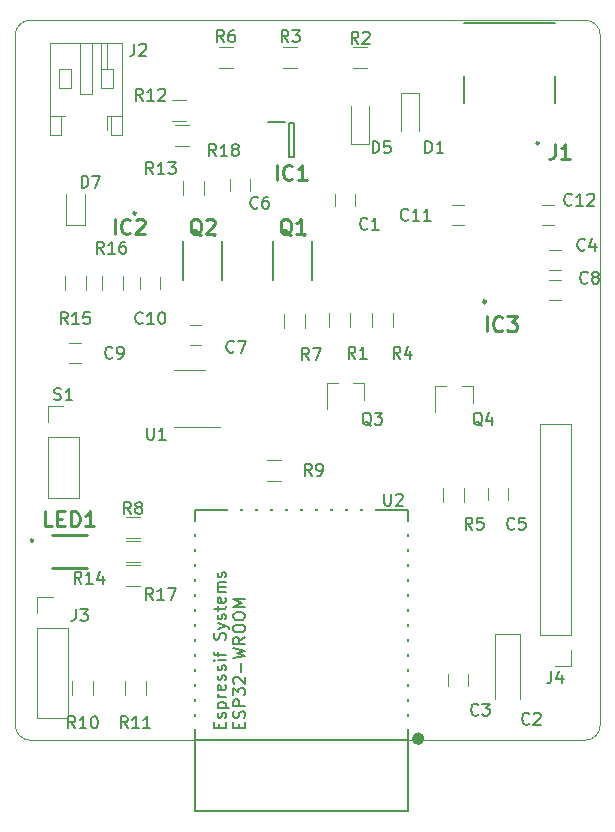
<source format=gto>
G04 #@! TF.FileFunction,Legend,Top*
%FSLAX46Y46*%
G04 Gerber Fmt 4.6, Leading zero omitted, Abs format (unit mm)*
G04 Created by KiCad (PCBNEW 4.0.6) date 08/10/17 19:56:54*
%MOMM*%
%LPD*%
G01*
G04 APERTURE LIST*
%ADD10C,0.100000*%
%ADD11C,0.200000*%
%ADD12C,0.254000*%
%ADD13C,0.500000*%
%ADD14C,0.150000*%
%ADD15C,0.120000*%
%ADD16R,0.532000X0.732000*%
%ADD17R,0.602000X0.512000*%
%ADD18R,2.552000X2.002000*%
%ADD19O,2.602000X1.002000*%
%ADD20O,1.002000X2.602000*%
%ADD21R,6.102000X6.102000*%
%ADD22R,1.802000X1.802000*%
%ADD23O,1.802000X1.802000*%
%ADD24R,1.002000X0.902000*%
%ADD25R,1.302000X1.802000*%
%ADD26O,1.302000X1.802000*%
%ADD27R,2.602000X0.802000*%
%ADD28R,2.602000X1.102000*%
%ADD29R,0.902000X2.102000*%
%ADD30R,1.402000X1.602000*%
%ADD31R,0.602000X2.352000*%
%ADD32R,2.102000X2.602000*%
%ADD33C,1.552000*%
%ADD34R,1.352000X1.602000*%
%ADD35R,1.602000X3.302000*%
%ADD36R,1.602000X1.352000*%
%ADD37R,1.502000X0.702000*%
%ADD38R,0.952000X0.382000*%
%ADD39R,0.852000X0.382000*%
%ADD40R,1.102000X0.402000*%
%ADD41R,0.402000X1.102000*%
%ADD42R,3.452000X3.452000*%
%ADD43R,1.702000X0.602000*%
%ADD44R,0.902000X1.002000*%
%ADD45R,1.602000X1.402000*%
G04 APERTURE END LIST*
D10*
X118110000Y-59690000D02*
G75*
G03X116840000Y-60960000I0J-1270000D01*
G01*
X116840000Y-119380000D02*
G75*
G03X118110000Y-120650000I1270000J0D01*
G01*
X165100000Y-120650000D02*
G75*
G03X166370000Y-119380000I0J1270000D01*
G01*
X166370000Y-60960000D02*
G75*
G03X165100000Y-59690000I-1270000J0D01*
G01*
X165100000Y-120650000D02*
X118110000Y-120650000D01*
X166370000Y-60960000D02*
X166370000Y-119380000D01*
X118110000Y-59690000D02*
X165100000Y-59690000D01*
X116840000Y-60960000D02*
X116840000Y-119380000D01*
D11*
X141985000Y-81651000D02*
X141985000Y-78351000D01*
X138685000Y-78351000D02*
X138685000Y-81651000D01*
D12*
X141356380Y-77956000D02*
G75*
G03X141356380Y-77956000I-31380J0D01*
G01*
D11*
X134365000Y-81660000D02*
X134365000Y-78360000D01*
X131065000Y-78360000D02*
X131065000Y-81660000D01*
D12*
X133736380Y-77965000D02*
G75*
G03X133736380Y-77965000I-31380J0D01*
G01*
D13*
X151240981Y-120523000D02*
G75*
G03X151240981Y-120523000I-283981J0D01*
G01*
D14*
X132051000Y-120669000D02*
X150051000Y-120669000D01*
X150051000Y-126669000D02*
X150051000Y-101169000D01*
X132051000Y-126669000D02*
X132051000Y-101169000D01*
X132051000Y-101169000D02*
X150051000Y-101169000D01*
X132051000Y-126669000D02*
X150051000Y-126669000D01*
D15*
X163890000Y-93920000D02*
X161230000Y-93920000D01*
X163890000Y-111760000D02*
X163890000Y-93920000D01*
X161230000Y-111760000D02*
X161230000Y-93920000D01*
X163890000Y-111760000D02*
X161230000Y-111760000D01*
X163890000Y-113030000D02*
X163890000Y-114360000D01*
X163890000Y-114360000D02*
X162560000Y-114360000D01*
X121120000Y-77038000D02*
X122720000Y-77038000D01*
X122720000Y-77038000D02*
X122720000Y-74438000D01*
X121120000Y-77038000D02*
X121120000Y-74438000D01*
X123325000Y-61595000D02*
X123325000Y-65945000D01*
X123325000Y-65945000D02*
X122325000Y-65945000D01*
X122325000Y-65945000D02*
X122325000Y-61595000D01*
X124625000Y-67795000D02*
X124975000Y-67795000D01*
X124975000Y-67795000D02*
X124975000Y-69395000D01*
X124975000Y-69395000D02*
X125875000Y-69395000D01*
X125875000Y-69395000D02*
X125875000Y-61595000D01*
X125875000Y-61595000D02*
X119775000Y-61595000D01*
X119775000Y-61595000D02*
X119775000Y-69395000D01*
X119775000Y-69395000D02*
X120675000Y-69395000D01*
X120675000Y-69395000D02*
X120675000Y-67795000D01*
X120675000Y-67795000D02*
X121025000Y-67795000D01*
X125875000Y-67795000D02*
X124975000Y-67795000D01*
X119775000Y-67795000D02*
X120675000Y-67795000D01*
X125125000Y-65445000D02*
X125125000Y-63845000D01*
X125125000Y-63845000D02*
X124125000Y-63845000D01*
X124125000Y-63845000D02*
X124125000Y-65445000D01*
X124125000Y-65445000D02*
X125125000Y-65445000D01*
X120525000Y-65445000D02*
X120525000Y-63845000D01*
X120525000Y-63845000D02*
X121525000Y-63845000D01*
X121525000Y-63845000D02*
X121525000Y-65445000D01*
X121525000Y-65445000D02*
X120525000Y-65445000D01*
X124125000Y-63845000D02*
X124125000Y-61595000D01*
X124625000Y-63845000D02*
X124625000Y-61595000D01*
X124625000Y-67795000D02*
X124625000Y-68995000D01*
X130272000Y-89294000D02*
X132872000Y-89294000D01*
X134172000Y-94094000D02*
X130272000Y-94094000D01*
X143392000Y-85690000D02*
X143392000Y-84490000D01*
X145152000Y-84490000D02*
X145152000Y-85690000D01*
D11*
X162559000Y-59936000D02*
X154859000Y-59936000D01*
X154859000Y-66720000D02*
X154859000Y-64452000D01*
X162559000Y-66720000D02*
X162559000Y-64452000D01*
D12*
X161147680Y-70099000D02*
G75*
G03X161147680Y-70099000I-91680J0D01*
G01*
D15*
X145630000Y-75430000D02*
X145630000Y-74430000D01*
X143930000Y-74430000D02*
X143930000Y-75430000D01*
X159546000Y-111670000D02*
X159546000Y-117170000D01*
X157446000Y-111670000D02*
X157446000Y-117170000D01*
X159546000Y-111670000D02*
X157446000Y-111670000D01*
X155155000Y-116050000D02*
X155155000Y-115050000D01*
X153455000Y-115050000D02*
X153455000Y-116050000D01*
X163060000Y-79160000D02*
X162060000Y-79160000D01*
X162060000Y-80860000D02*
X163060000Y-80860000D01*
X156884000Y-99302000D02*
X156884000Y-100302000D01*
X158584000Y-100302000D02*
X158584000Y-99302000D01*
X136740000Y-74160000D02*
X136740000Y-73160000D01*
X135040000Y-73160000D02*
X135040000Y-74160000D01*
X132600000Y-85510000D02*
X131600000Y-85510000D01*
X131600000Y-87210000D02*
X132600000Y-87210000D01*
X163040000Y-81700000D02*
X162040000Y-81700000D01*
X162040000Y-83400000D02*
X163040000Y-83400000D01*
X122400000Y-87034000D02*
X121400000Y-87034000D01*
X121400000Y-88734000D02*
X122400000Y-88734000D01*
X127420000Y-81415000D02*
X127420000Y-82415000D01*
X129120000Y-82415000D02*
X129120000Y-81415000D01*
X153805000Y-77050000D02*
X154805000Y-77050000D01*
X154805000Y-75350000D02*
X153805000Y-75350000D01*
X162425000Y-75350000D02*
X161425000Y-75350000D01*
X161425000Y-77050000D02*
X162425000Y-77050000D01*
X149526560Y-69056760D02*
X149526560Y-65856760D01*
X151026560Y-65856760D02*
X151026560Y-69056760D01*
X151026560Y-65856760D02*
X149526560Y-65856760D01*
X146800000Y-66945000D02*
X146800000Y-70145000D01*
X145300000Y-70145000D02*
X145300000Y-66945000D01*
X145300000Y-70145000D02*
X146800000Y-70145000D01*
D11*
X140008000Y-68400000D02*
X140408000Y-68400000D01*
X140408000Y-68400000D02*
X140408000Y-71300000D01*
X140408000Y-71300000D02*
X140008000Y-71300000D01*
X140008000Y-71300000D02*
X140008000Y-68400000D01*
X138258000Y-68350000D02*
X139658000Y-68350000D01*
D12*
X127050000Y-76030000D02*
G75*
G03X127050000Y-76030000I-100000J0D01*
G01*
X156695000Y-83530000D02*
G75*
G03X156695000Y-83530000I-125000J0D01*
G01*
X119912000Y-106048000D02*
X122912000Y-106048000D01*
X119912000Y-103248000D02*
X122912000Y-103248000D01*
X118345000Y-103720000D02*
G75*
G03X118345000Y-103720000I-85000J0D01*
G01*
D15*
X146360000Y-90410000D02*
X145430000Y-90410000D01*
X143200000Y-90410000D02*
X144130000Y-90410000D01*
X143200000Y-90410000D02*
X143200000Y-92570000D01*
X146360000Y-90410000D02*
X146360000Y-91870000D01*
X155565000Y-90680000D02*
X154635000Y-90680000D01*
X152405000Y-90680000D02*
X153335000Y-90680000D01*
X152405000Y-90680000D02*
X152405000Y-92840000D01*
X155565000Y-90680000D02*
X155565000Y-92140000D01*
X145450000Y-61985000D02*
X146650000Y-61985000D01*
X146650000Y-63745000D02*
X145450000Y-63745000D01*
X139528000Y-61985000D02*
X140728000Y-61985000D01*
X140728000Y-63745000D02*
X139528000Y-63745000D01*
X147075000Y-85690000D02*
X147075000Y-84490000D01*
X148835000Y-84490000D02*
X148835000Y-85690000D01*
X153044000Y-100502000D02*
X153044000Y-99302000D01*
X154804000Y-99302000D02*
X154804000Y-100502000D01*
X134067000Y-61985000D02*
X135267000Y-61985000D01*
X135267000Y-63745000D02*
X134067000Y-63745000D01*
X139582000Y-85770000D02*
X139582000Y-84570000D01*
X141342000Y-84570000D02*
X141342000Y-85770000D01*
X126193000Y-101736000D02*
X127393000Y-101736000D01*
X127393000Y-103496000D02*
X126193000Y-103496000D01*
X139364000Y-98670000D02*
X138164000Y-98670000D01*
X138164000Y-96910000D02*
X139364000Y-96910000D01*
X121675000Y-116805000D02*
X121675000Y-115605000D01*
X123435000Y-115605000D02*
X123435000Y-116805000D01*
X127880000Y-115605000D02*
X127880000Y-116805000D01*
X126120000Y-116805000D02*
X126120000Y-115605000D01*
X130130000Y-66430000D02*
X131330000Y-66430000D01*
X131330000Y-68190000D02*
X130130000Y-68190000D01*
X131073000Y-74467000D02*
X131073000Y-73267000D01*
X132833000Y-73267000D02*
X132833000Y-74467000D01*
X127393000Y-105528000D02*
X126193000Y-105528000D01*
X126193000Y-103768000D02*
X127393000Y-103768000D01*
X122800000Y-81315000D02*
X122800000Y-82515000D01*
X121040000Y-82515000D02*
X121040000Y-81315000D01*
X125975000Y-81315000D02*
X125975000Y-82515000D01*
X124215000Y-82515000D02*
X124215000Y-81315000D01*
X127393000Y-107560000D02*
X126193000Y-107560000D01*
X126193000Y-105800000D02*
X127393000Y-105800000D01*
X130384000Y-68589000D02*
X131584000Y-68589000D01*
X131584000Y-70349000D02*
X130384000Y-70349000D01*
X118685000Y-118805000D02*
X121345000Y-118805000D01*
X118685000Y-111125000D02*
X118685000Y-118805000D01*
X121345000Y-111125000D02*
X121345000Y-118805000D01*
X118685000Y-111125000D02*
X121345000Y-111125000D01*
X118685000Y-109855000D02*
X118685000Y-108525000D01*
X118685000Y-108525000D02*
X120015000Y-108525000D01*
X119574000Y-100136000D02*
X122234000Y-100136000D01*
X119574000Y-94996000D02*
X119574000Y-100136000D01*
X122234000Y-94996000D02*
X122234000Y-100136000D01*
X119574000Y-94996000D02*
X122234000Y-94996000D01*
X119574000Y-93726000D02*
X119574000Y-92396000D01*
X119574000Y-92396000D02*
X120904000Y-92396000D01*
D12*
X140214048Y-77911476D02*
X140093095Y-77851000D01*
X139972143Y-77730048D01*
X139790714Y-77548619D01*
X139669762Y-77488143D01*
X139548810Y-77488143D01*
X139609286Y-77790524D02*
X139488333Y-77730048D01*
X139367381Y-77609095D01*
X139306905Y-77367190D01*
X139306905Y-76943857D01*
X139367381Y-76701952D01*
X139488333Y-76581000D01*
X139609286Y-76520524D01*
X139851190Y-76520524D01*
X139972143Y-76581000D01*
X140093095Y-76701952D01*
X140153571Y-76943857D01*
X140153571Y-77367190D01*
X140093095Y-77609095D01*
X139972143Y-77730048D01*
X139851190Y-77790524D01*
X139609286Y-77790524D01*
X141363095Y-77790524D02*
X140637381Y-77790524D01*
X141000238Y-77790524D02*
X141000238Y-76520524D01*
X140879286Y-76701952D01*
X140758333Y-76822905D01*
X140637381Y-76883381D01*
X132594048Y-77911476D02*
X132473095Y-77851000D01*
X132352143Y-77730048D01*
X132170714Y-77548619D01*
X132049762Y-77488143D01*
X131928810Y-77488143D01*
X131989286Y-77790524D02*
X131868333Y-77730048D01*
X131747381Y-77609095D01*
X131686905Y-77367190D01*
X131686905Y-76943857D01*
X131747381Y-76701952D01*
X131868333Y-76581000D01*
X131989286Y-76520524D01*
X132231190Y-76520524D01*
X132352143Y-76581000D01*
X132473095Y-76701952D01*
X132533571Y-76943857D01*
X132533571Y-77367190D01*
X132473095Y-77609095D01*
X132352143Y-77730048D01*
X132231190Y-77790524D01*
X131989286Y-77790524D01*
X133017381Y-76641476D02*
X133077857Y-76581000D01*
X133198809Y-76520524D01*
X133501190Y-76520524D01*
X133622143Y-76581000D01*
X133682619Y-76641476D01*
X133743095Y-76762429D01*
X133743095Y-76883381D01*
X133682619Y-77064810D01*
X132956905Y-77790524D01*
X133743095Y-77790524D01*
D14*
X148082095Y-99782381D02*
X148082095Y-100591905D01*
X148129714Y-100687143D01*
X148177333Y-100734762D01*
X148272571Y-100782381D01*
X148463048Y-100782381D01*
X148558286Y-100734762D01*
X148605905Y-100687143D01*
X148653524Y-100591905D01*
X148653524Y-99782381D01*
X149082095Y-99877619D02*
X149129714Y-99830000D01*
X149224952Y-99782381D01*
X149463048Y-99782381D01*
X149558286Y-99830000D01*
X149605905Y-99877619D01*
X149653524Y-99972857D01*
X149653524Y-100068095D01*
X149605905Y-100210952D01*
X149034476Y-100782381D01*
X149653524Y-100782381D01*
X134121571Y-119601430D02*
X134121571Y-119268096D01*
X134645381Y-119125239D02*
X134645381Y-119601430D01*
X133645381Y-119601430D01*
X133645381Y-119125239D01*
X134597762Y-118744287D02*
X134645381Y-118649049D01*
X134645381Y-118458573D01*
X134597762Y-118363334D01*
X134502524Y-118315715D01*
X134454905Y-118315715D01*
X134359667Y-118363334D01*
X134312048Y-118458573D01*
X134312048Y-118601430D01*
X134264429Y-118696668D01*
X134169190Y-118744287D01*
X134121571Y-118744287D01*
X134026333Y-118696668D01*
X133978714Y-118601430D01*
X133978714Y-118458573D01*
X134026333Y-118363334D01*
X133978714Y-117887144D02*
X134978714Y-117887144D01*
X134026333Y-117887144D02*
X133978714Y-117791906D01*
X133978714Y-117601429D01*
X134026333Y-117506191D01*
X134073952Y-117458572D01*
X134169190Y-117410953D01*
X134454905Y-117410953D01*
X134550143Y-117458572D01*
X134597762Y-117506191D01*
X134645381Y-117601429D01*
X134645381Y-117791906D01*
X134597762Y-117887144D01*
X134645381Y-116982382D02*
X133978714Y-116982382D01*
X134169190Y-116982382D02*
X134073952Y-116934763D01*
X134026333Y-116887144D01*
X133978714Y-116791906D01*
X133978714Y-116696667D01*
X134597762Y-115982381D02*
X134645381Y-116077619D01*
X134645381Y-116268096D01*
X134597762Y-116363334D01*
X134502524Y-116410953D01*
X134121571Y-116410953D01*
X134026333Y-116363334D01*
X133978714Y-116268096D01*
X133978714Y-116077619D01*
X134026333Y-115982381D01*
X134121571Y-115934762D01*
X134216810Y-115934762D01*
X134312048Y-116410953D01*
X134597762Y-115553810D02*
X134645381Y-115458572D01*
X134645381Y-115268096D01*
X134597762Y-115172857D01*
X134502524Y-115125238D01*
X134454905Y-115125238D01*
X134359667Y-115172857D01*
X134312048Y-115268096D01*
X134312048Y-115410953D01*
X134264429Y-115506191D01*
X134169190Y-115553810D01*
X134121571Y-115553810D01*
X134026333Y-115506191D01*
X133978714Y-115410953D01*
X133978714Y-115268096D01*
X134026333Y-115172857D01*
X134597762Y-114744286D02*
X134645381Y-114649048D01*
X134645381Y-114458572D01*
X134597762Y-114363333D01*
X134502524Y-114315714D01*
X134454905Y-114315714D01*
X134359667Y-114363333D01*
X134312048Y-114458572D01*
X134312048Y-114601429D01*
X134264429Y-114696667D01*
X134169190Y-114744286D01*
X134121571Y-114744286D01*
X134026333Y-114696667D01*
X133978714Y-114601429D01*
X133978714Y-114458572D01*
X134026333Y-114363333D01*
X134645381Y-113887143D02*
X133978714Y-113887143D01*
X133645381Y-113887143D02*
X133693000Y-113934762D01*
X133740619Y-113887143D01*
X133693000Y-113839524D01*
X133645381Y-113887143D01*
X133740619Y-113887143D01*
X133978714Y-113553810D02*
X133978714Y-113172858D01*
X134645381Y-113410953D02*
X133788238Y-113410953D01*
X133693000Y-113363334D01*
X133645381Y-113268096D01*
X133645381Y-113172858D01*
X134597762Y-112125238D02*
X134645381Y-111982381D01*
X134645381Y-111744285D01*
X134597762Y-111649047D01*
X134550143Y-111601428D01*
X134454905Y-111553809D01*
X134359667Y-111553809D01*
X134264429Y-111601428D01*
X134216810Y-111649047D01*
X134169190Y-111744285D01*
X134121571Y-111934762D01*
X134073952Y-112030000D01*
X134026333Y-112077619D01*
X133931095Y-112125238D01*
X133835857Y-112125238D01*
X133740619Y-112077619D01*
X133693000Y-112030000D01*
X133645381Y-111934762D01*
X133645381Y-111696666D01*
X133693000Y-111553809D01*
X133978714Y-111220476D02*
X134645381Y-110982381D01*
X133978714Y-110744285D02*
X134645381Y-110982381D01*
X134883476Y-111077619D01*
X134931095Y-111125238D01*
X134978714Y-111220476D01*
X134597762Y-110410952D02*
X134645381Y-110315714D01*
X134645381Y-110125238D01*
X134597762Y-110029999D01*
X134502524Y-109982380D01*
X134454905Y-109982380D01*
X134359667Y-110029999D01*
X134312048Y-110125238D01*
X134312048Y-110268095D01*
X134264429Y-110363333D01*
X134169190Y-110410952D01*
X134121571Y-110410952D01*
X134026333Y-110363333D01*
X133978714Y-110268095D01*
X133978714Y-110125238D01*
X134026333Y-110029999D01*
X133978714Y-109696666D02*
X133978714Y-109315714D01*
X133645381Y-109553809D02*
X134502524Y-109553809D01*
X134597762Y-109506190D01*
X134645381Y-109410952D01*
X134645381Y-109315714D01*
X134597762Y-108601427D02*
X134645381Y-108696665D01*
X134645381Y-108887142D01*
X134597762Y-108982380D01*
X134502524Y-109029999D01*
X134121571Y-109029999D01*
X134026333Y-108982380D01*
X133978714Y-108887142D01*
X133978714Y-108696665D01*
X134026333Y-108601427D01*
X134121571Y-108553808D01*
X134216810Y-108553808D01*
X134312048Y-109029999D01*
X134645381Y-108125237D02*
X133978714Y-108125237D01*
X134073952Y-108125237D02*
X134026333Y-108077618D01*
X133978714Y-107982380D01*
X133978714Y-107839522D01*
X134026333Y-107744284D01*
X134121571Y-107696665D01*
X134645381Y-107696665D01*
X134121571Y-107696665D02*
X134026333Y-107649046D01*
X133978714Y-107553808D01*
X133978714Y-107410951D01*
X134026333Y-107315713D01*
X134121571Y-107268094D01*
X134645381Y-107268094D01*
X134597762Y-106839523D02*
X134645381Y-106744285D01*
X134645381Y-106553809D01*
X134597762Y-106458570D01*
X134502524Y-106410951D01*
X134454905Y-106410951D01*
X134359667Y-106458570D01*
X134312048Y-106553809D01*
X134312048Y-106696666D01*
X134264429Y-106791904D01*
X134169190Y-106839523D01*
X134121571Y-106839523D01*
X134026333Y-106791904D01*
X133978714Y-106696666D01*
X133978714Y-106553809D01*
X134026333Y-106458570D01*
X135772571Y-119625381D02*
X135772571Y-119292047D01*
X136296381Y-119149190D02*
X136296381Y-119625381D01*
X135296381Y-119625381D01*
X135296381Y-119149190D01*
X136248762Y-118768238D02*
X136296381Y-118625381D01*
X136296381Y-118387285D01*
X136248762Y-118292047D01*
X136201143Y-118244428D01*
X136105905Y-118196809D01*
X136010667Y-118196809D01*
X135915429Y-118244428D01*
X135867810Y-118292047D01*
X135820190Y-118387285D01*
X135772571Y-118577762D01*
X135724952Y-118673000D01*
X135677333Y-118720619D01*
X135582095Y-118768238D01*
X135486857Y-118768238D01*
X135391619Y-118720619D01*
X135344000Y-118673000D01*
X135296381Y-118577762D01*
X135296381Y-118339666D01*
X135344000Y-118196809D01*
X136296381Y-117768238D02*
X135296381Y-117768238D01*
X135296381Y-117387285D01*
X135344000Y-117292047D01*
X135391619Y-117244428D01*
X135486857Y-117196809D01*
X135629714Y-117196809D01*
X135724952Y-117244428D01*
X135772571Y-117292047D01*
X135820190Y-117387285D01*
X135820190Y-117768238D01*
X135296381Y-116863476D02*
X135296381Y-116244428D01*
X135677333Y-116577762D01*
X135677333Y-116434904D01*
X135724952Y-116339666D01*
X135772571Y-116292047D01*
X135867810Y-116244428D01*
X136105905Y-116244428D01*
X136201143Y-116292047D01*
X136248762Y-116339666D01*
X136296381Y-116434904D01*
X136296381Y-116720619D01*
X136248762Y-116815857D01*
X136201143Y-116863476D01*
X135391619Y-115863476D02*
X135344000Y-115815857D01*
X135296381Y-115720619D01*
X135296381Y-115482523D01*
X135344000Y-115387285D01*
X135391619Y-115339666D01*
X135486857Y-115292047D01*
X135582095Y-115292047D01*
X135724952Y-115339666D01*
X136296381Y-115911095D01*
X136296381Y-115292047D01*
X135915429Y-114863476D02*
X135915429Y-114101571D01*
X135296381Y-113720619D02*
X136296381Y-113482524D01*
X135582095Y-113292047D01*
X136296381Y-113101571D01*
X135296381Y-112863476D01*
X136296381Y-111911095D02*
X135820190Y-112244429D01*
X136296381Y-112482524D02*
X135296381Y-112482524D01*
X135296381Y-112101571D01*
X135344000Y-112006333D01*
X135391619Y-111958714D01*
X135486857Y-111911095D01*
X135629714Y-111911095D01*
X135724952Y-111958714D01*
X135772571Y-112006333D01*
X135820190Y-112101571D01*
X135820190Y-112482524D01*
X135296381Y-111292048D02*
X135296381Y-111101571D01*
X135344000Y-111006333D01*
X135439238Y-110911095D01*
X135629714Y-110863476D01*
X135963048Y-110863476D01*
X136153524Y-110911095D01*
X136248762Y-111006333D01*
X136296381Y-111101571D01*
X136296381Y-111292048D01*
X136248762Y-111387286D01*
X136153524Y-111482524D01*
X135963048Y-111530143D01*
X135629714Y-111530143D01*
X135439238Y-111482524D01*
X135344000Y-111387286D01*
X135296381Y-111292048D01*
X135296381Y-110244429D02*
X135296381Y-110053952D01*
X135344000Y-109958714D01*
X135439238Y-109863476D01*
X135629714Y-109815857D01*
X135963048Y-109815857D01*
X136153524Y-109863476D01*
X136248762Y-109958714D01*
X136296381Y-110053952D01*
X136296381Y-110244429D01*
X136248762Y-110339667D01*
X136153524Y-110434905D01*
X135963048Y-110482524D01*
X135629714Y-110482524D01*
X135439238Y-110434905D01*
X135344000Y-110339667D01*
X135296381Y-110244429D01*
X136296381Y-109387286D02*
X135296381Y-109387286D01*
X136010667Y-109053952D01*
X135296381Y-108720619D01*
X136296381Y-108720619D01*
X162226667Y-114812381D02*
X162226667Y-115526667D01*
X162179047Y-115669524D01*
X162083809Y-115764762D01*
X161940952Y-115812381D01*
X161845714Y-115812381D01*
X163131429Y-115145714D02*
X163131429Y-115812381D01*
X162893333Y-114764762D02*
X162655238Y-115479048D01*
X163274286Y-115479048D01*
X122451905Y-73858381D02*
X122451905Y-72858381D01*
X122690000Y-72858381D01*
X122832858Y-72906000D01*
X122928096Y-73001238D01*
X122975715Y-73096476D01*
X123023334Y-73286952D01*
X123023334Y-73429810D01*
X122975715Y-73620286D01*
X122928096Y-73715524D01*
X122832858Y-73810762D01*
X122690000Y-73858381D01*
X122451905Y-73858381D01*
X123356667Y-72858381D02*
X124023334Y-72858381D01*
X123594762Y-73858381D01*
X126920667Y-61682381D02*
X126920667Y-62396667D01*
X126873047Y-62539524D01*
X126777809Y-62634762D01*
X126634952Y-62682381D01*
X126539714Y-62682381D01*
X127349238Y-61777619D02*
X127396857Y-61730000D01*
X127492095Y-61682381D01*
X127730191Y-61682381D01*
X127825429Y-61730000D01*
X127873048Y-61777619D01*
X127920667Y-61872857D01*
X127920667Y-61968095D01*
X127873048Y-62110952D01*
X127301619Y-62682381D01*
X127920667Y-62682381D01*
X128016095Y-94194381D02*
X128016095Y-95003905D01*
X128063714Y-95099143D01*
X128111333Y-95146762D01*
X128206571Y-95194381D01*
X128397048Y-95194381D01*
X128492286Y-95146762D01*
X128539905Y-95099143D01*
X128587524Y-95003905D01*
X128587524Y-94194381D01*
X129587524Y-95194381D02*
X129016095Y-95194381D01*
X129301809Y-95194381D02*
X129301809Y-94194381D01*
X129206571Y-94337238D01*
X129111333Y-94432476D01*
X129016095Y-94480095D01*
X145629334Y-88336381D02*
X145296000Y-87860190D01*
X145057905Y-88336381D02*
X145057905Y-87336381D01*
X145438858Y-87336381D01*
X145534096Y-87384000D01*
X145581715Y-87431619D01*
X145629334Y-87526857D01*
X145629334Y-87669714D01*
X145581715Y-87764952D01*
X145534096Y-87812571D01*
X145438858Y-87860190D01*
X145057905Y-87860190D01*
X146581715Y-88336381D02*
X146010286Y-88336381D01*
X146296000Y-88336381D02*
X146296000Y-87336381D01*
X146200762Y-87479238D01*
X146105524Y-87574476D01*
X146010286Y-87622095D01*
D12*
X162517667Y-70170524D02*
X162517667Y-71077667D01*
X162457191Y-71259095D01*
X162336239Y-71380048D01*
X162154810Y-71440524D01*
X162033858Y-71440524D01*
X163787667Y-71440524D02*
X163061953Y-71440524D01*
X163424810Y-71440524D02*
X163424810Y-70170524D01*
X163303858Y-70351952D01*
X163182905Y-70472905D01*
X163061953Y-70533381D01*
D14*
X146645334Y-77319143D02*
X146597715Y-77366762D01*
X146454858Y-77414381D01*
X146359620Y-77414381D01*
X146216762Y-77366762D01*
X146121524Y-77271524D01*
X146073905Y-77176286D01*
X146026286Y-76985810D01*
X146026286Y-76842952D01*
X146073905Y-76652476D01*
X146121524Y-76557238D01*
X146216762Y-76462000D01*
X146359620Y-76414381D01*
X146454858Y-76414381D01*
X146597715Y-76462000D01*
X146645334Y-76509619D01*
X147597715Y-77414381D02*
X147026286Y-77414381D01*
X147312000Y-77414381D02*
X147312000Y-76414381D01*
X147216762Y-76557238D01*
X147121524Y-76652476D01*
X147026286Y-76700095D01*
X160361334Y-119229143D02*
X160313715Y-119276762D01*
X160170858Y-119324381D01*
X160075620Y-119324381D01*
X159932762Y-119276762D01*
X159837524Y-119181524D01*
X159789905Y-119086286D01*
X159742286Y-118895810D01*
X159742286Y-118752952D01*
X159789905Y-118562476D01*
X159837524Y-118467238D01*
X159932762Y-118372000D01*
X160075620Y-118324381D01*
X160170858Y-118324381D01*
X160313715Y-118372000D01*
X160361334Y-118419619D01*
X160742286Y-118419619D02*
X160789905Y-118372000D01*
X160885143Y-118324381D01*
X161123239Y-118324381D01*
X161218477Y-118372000D01*
X161266096Y-118419619D01*
X161313715Y-118514857D01*
X161313715Y-118610095D01*
X161266096Y-118752952D01*
X160694667Y-119324381D01*
X161313715Y-119324381D01*
X156043334Y-118467143D02*
X155995715Y-118514762D01*
X155852858Y-118562381D01*
X155757620Y-118562381D01*
X155614762Y-118514762D01*
X155519524Y-118419524D01*
X155471905Y-118324286D01*
X155424286Y-118133810D01*
X155424286Y-117990952D01*
X155471905Y-117800476D01*
X155519524Y-117705238D01*
X155614762Y-117610000D01*
X155757620Y-117562381D01*
X155852858Y-117562381D01*
X155995715Y-117610000D01*
X156043334Y-117657619D01*
X156376667Y-117562381D02*
X156995715Y-117562381D01*
X156662381Y-117943333D01*
X156805239Y-117943333D01*
X156900477Y-117990952D01*
X156948096Y-118038571D01*
X156995715Y-118133810D01*
X156995715Y-118371905D01*
X156948096Y-118467143D01*
X156900477Y-118514762D01*
X156805239Y-118562381D01*
X156519524Y-118562381D01*
X156424286Y-118514762D01*
X156376667Y-118467143D01*
X165060334Y-79097143D02*
X165012715Y-79144762D01*
X164869858Y-79192381D01*
X164774620Y-79192381D01*
X164631762Y-79144762D01*
X164536524Y-79049524D01*
X164488905Y-78954286D01*
X164441286Y-78763810D01*
X164441286Y-78620952D01*
X164488905Y-78430476D01*
X164536524Y-78335238D01*
X164631762Y-78240000D01*
X164774620Y-78192381D01*
X164869858Y-78192381D01*
X165012715Y-78240000D01*
X165060334Y-78287619D01*
X165917477Y-78525714D02*
X165917477Y-79192381D01*
X165679381Y-78144762D02*
X165441286Y-78859048D01*
X166060334Y-78859048D01*
X159091334Y-102719143D02*
X159043715Y-102766762D01*
X158900858Y-102814381D01*
X158805620Y-102814381D01*
X158662762Y-102766762D01*
X158567524Y-102671524D01*
X158519905Y-102576286D01*
X158472286Y-102385810D01*
X158472286Y-102242952D01*
X158519905Y-102052476D01*
X158567524Y-101957238D01*
X158662762Y-101862000D01*
X158805620Y-101814381D01*
X158900858Y-101814381D01*
X159043715Y-101862000D01*
X159091334Y-101909619D01*
X159996096Y-101814381D02*
X159519905Y-101814381D01*
X159472286Y-102290571D01*
X159519905Y-102242952D01*
X159615143Y-102195333D01*
X159853239Y-102195333D01*
X159948477Y-102242952D01*
X159996096Y-102290571D01*
X160043715Y-102385810D01*
X160043715Y-102623905D01*
X159996096Y-102719143D01*
X159948477Y-102766762D01*
X159853239Y-102814381D01*
X159615143Y-102814381D01*
X159519905Y-102766762D01*
X159472286Y-102719143D01*
X137374334Y-75541143D02*
X137326715Y-75588762D01*
X137183858Y-75636381D01*
X137088620Y-75636381D01*
X136945762Y-75588762D01*
X136850524Y-75493524D01*
X136802905Y-75398286D01*
X136755286Y-75207810D01*
X136755286Y-75064952D01*
X136802905Y-74874476D01*
X136850524Y-74779238D01*
X136945762Y-74684000D01*
X137088620Y-74636381D01*
X137183858Y-74636381D01*
X137326715Y-74684000D01*
X137374334Y-74731619D01*
X138231477Y-74636381D02*
X138041000Y-74636381D01*
X137945762Y-74684000D01*
X137898143Y-74731619D01*
X137802905Y-74874476D01*
X137755286Y-75064952D01*
X137755286Y-75445905D01*
X137802905Y-75541143D01*
X137850524Y-75588762D01*
X137945762Y-75636381D01*
X138136239Y-75636381D01*
X138231477Y-75588762D01*
X138279096Y-75541143D01*
X138326715Y-75445905D01*
X138326715Y-75207810D01*
X138279096Y-75112571D01*
X138231477Y-75064952D01*
X138136239Y-75017333D01*
X137945762Y-75017333D01*
X137850524Y-75064952D01*
X137802905Y-75112571D01*
X137755286Y-75207810D01*
X135342334Y-87733143D02*
X135294715Y-87780762D01*
X135151858Y-87828381D01*
X135056620Y-87828381D01*
X134913762Y-87780762D01*
X134818524Y-87685524D01*
X134770905Y-87590286D01*
X134723286Y-87399810D01*
X134723286Y-87256952D01*
X134770905Y-87066476D01*
X134818524Y-86971238D01*
X134913762Y-86876000D01*
X135056620Y-86828381D01*
X135151858Y-86828381D01*
X135294715Y-86876000D01*
X135342334Y-86923619D01*
X135675667Y-86828381D02*
X136342334Y-86828381D01*
X135913762Y-87828381D01*
X165294334Y-81891143D02*
X165246715Y-81938762D01*
X165103858Y-81986381D01*
X165008620Y-81986381D01*
X164865762Y-81938762D01*
X164770524Y-81843524D01*
X164722905Y-81748286D01*
X164675286Y-81557810D01*
X164675286Y-81414952D01*
X164722905Y-81224476D01*
X164770524Y-81129238D01*
X164865762Y-81034000D01*
X165008620Y-80986381D01*
X165103858Y-80986381D01*
X165246715Y-81034000D01*
X165294334Y-81081619D01*
X165865762Y-81414952D02*
X165770524Y-81367333D01*
X165722905Y-81319714D01*
X165675286Y-81224476D01*
X165675286Y-81176857D01*
X165722905Y-81081619D01*
X165770524Y-81034000D01*
X165865762Y-80986381D01*
X166056239Y-80986381D01*
X166151477Y-81034000D01*
X166199096Y-81081619D01*
X166246715Y-81176857D01*
X166246715Y-81224476D01*
X166199096Y-81319714D01*
X166151477Y-81367333D01*
X166056239Y-81414952D01*
X165865762Y-81414952D01*
X165770524Y-81462571D01*
X165722905Y-81510190D01*
X165675286Y-81605429D01*
X165675286Y-81795905D01*
X165722905Y-81891143D01*
X165770524Y-81938762D01*
X165865762Y-81986381D01*
X166056239Y-81986381D01*
X166151477Y-81938762D01*
X166199096Y-81891143D01*
X166246715Y-81795905D01*
X166246715Y-81605429D01*
X166199096Y-81510190D01*
X166151477Y-81462571D01*
X166056239Y-81414952D01*
X125055334Y-88241143D02*
X125007715Y-88288762D01*
X124864858Y-88336381D01*
X124769620Y-88336381D01*
X124626762Y-88288762D01*
X124531524Y-88193524D01*
X124483905Y-88098286D01*
X124436286Y-87907810D01*
X124436286Y-87764952D01*
X124483905Y-87574476D01*
X124531524Y-87479238D01*
X124626762Y-87384000D01*
X124769620Y-87336381D01*
X124864858Y-87336381D01*
X125007715Y-87384000D01*
X125055334Y-87431619D01*
X125531524Y-88336381D02*
X125722000Y-88336381D01*
X125817239Y-88288762D01*
X125864858Y-88241143D01*
X125960096Y-88098286D01*
X126007715Y-87907810D01*
X126007715Y-87526857D01*
X125960096Y-87431619D01*
X125912477Y-87384000D01*
X125817239Y-87336381D01*
X125626762Y-87336381D01*
X125531524Y-87384000D01*
X125483905Y-87431619D01*
X125436286Y-87526857D01*
X125436286Y-87764952D01*
X125483905Y-87860190D01*
X125531524Y-87907810D01*
X125626762Y-87955429D01*
X125817239Y-87955429D01*
X125912477Y-87907810D01*
X125960096Y-87860190D01*
X126007715Y-87764952D01*
X127627143Y-85320143D02*
X127579524Y-85367762D01*
X127436667Y-85415381D01*
X127341429Y-85415381D01*
X127198571Y-85367762D01*
X127103333Y-85272524D01*
X127055714Y-85177286D01*
X127008095Y-84986810D01*
X127008095Y-84843952D01*
X127055714Y-84653476D01*
X127103333Y-84558238D01*
X127198571Y-84463000D01*
X127341429Y-84415381D01*
X127436667Y-84415381D01*
X127579524Y-84463000D01*
X127627143Y-84510619D01*
X128579524Y-85415381D02*
X128008095Y-85415381D01*
X128293809Y-85415381D02*
X128293809Y-84415381D01*
X128198571Y-84558238D01*
X128103333Y-84653476D01*
X128008095Y-84701095D01*
X129198571Y-84415381D02*
X129293810Y-84415381D01*
X129389048Y-84463000D01*
X129436667Y-84510619D01*
X129484286Y-84605857D01*
X129531905Y-84796333D01*
X129531905Y-85034429D01*
X129484286Y-85224905D01*
X129436667Y-85320143D01*
X129389048Y-85367762D01*
X129293810Y-85415381D01*
X129198571Y-85415381D01*
X129103333Y-85367762D01*
X129055714Y-85320143D01*
X129008095Y-85224905D01*
X128960476Y-85034429D01*
X128960476Y-84796333D01*
X129008095Y-84605857D01*
X129055714Y-84510619D01*
X129103333Y-84463000D01*
X129198571Y-84415381D01*
X150106143Y-76557143D02*
X150058524Y-76604762D01*
X149915667Y-76652381D01*
X149820429Y-76652381D01*
X149677571Y-76604762D01*
X149582333Y-76509524D01*
X149534714Y-76414286D01*
X149487095Y-76223810D01*
X149487095Y-76080952D01*
X149534714Y-75890476D01*
X149582333Y-75795238D01*
X149677571Y-75700000D01*
X149820429Y-75652381D01*
X149915667Y-75652381D01*
X150058524Y-75700000D01*
X150106143Y-75747619D01*
X151058524Y-76652381D02*
X150487095Y-76652381D01*
X150772809Y-76652381D02*
X150772809Y-75652381D01*
X150677571Y-75795238D01*
X150582333Y-75890476D01*
X150487095Y-75938095D01*
X152010905Y-76652381D02*
X151439476Y-76652381D01*
X151725190Y-76652381D02*
X151725190Y-75652381D01*
X151629952Y-75795238D01*
X151534714Y-75890476D01*
X151439476Y-75938095D01*
X163949143Y-75287143D02*
X163901524Y-75334762D01*
X163758667Y-75382381D01*
X163663429Y-75382381D01*
X163520571Y-75334762D01*
X163425333Y-75239524D01*
X163377714Y-75144286D01*
X163330095Y-74953810D01*
X163330095Y-74810952D01*
X163377714Y-74620476D01*
X163425333Y-74525238D01*
X163520571Y-74430000D01*
X163663429Y-74382381D01*
X163758667Y-74382381D01*
X163901524Y-74430000D01*
X163949143Y-74477619D01*
X164901524Y-75382381D02*
X164330095Y-75382381D01*
X164615809Y-75382381D02*
X164615809Y-74382381D01*
X164520571Y-74525238D01*
X164425333Y-74620476D01*
X164330095Y-74668095D01*
X165282476Y-74477619D02*
X165330095Y-74430000D01*
X165425333Y-74382381D01*
X165663429Y-74382381D01*
X165758667Y-74430000D01*
X165806286Y-74477619D01*
X165853905Y-74572857D01*
X165853905Y-74668095D01*
X165806286Y-74810952D01*
X165234857Y-75382381D01*
X165853905Y-75382381D01*
X151570465Y-70922141D02*
X151570465Y-69922141D01*
X151808560Y-69922141D01*
X151951418Y-69969760D01*
X152046656Y-70064998D01*
X152094275Y-70160236D01*
X152141894Y-70350712D01*
X152141894Y-70493570D01*
X152094275Y-70684046D01*
X152046656Y-70779284D01*
X151951418Y-70874522D01*
X151808560Y-70922141D01*
X151570465Y-70922141D01*
X153094275Y-70922141D02*
X152522846Y-70922141D01*
X152808560Y-70922141D02*
X152808560Y-69922141D01*
X152713322Y-70064998D01*
X152618084Y-70160236D01*
X152522846Y-70207855D01*
X147089905Y-70937381D02*
X147089905Y-69937381D01*
X147328000Y-69937381D01*
X147470858Y-69985000D01*
X147566096Y-70080238D01*
X147613715Y-70175476D01*
X147661334Y-70365952D01*
X147661334Y-70508810D01*
X147613715Y-70699286D01*
X147566096Y-70794524D01*
X147470858Y-70889762D01*
X147328000Y-70937381D01*
X147089905Y-70937381D01*
X148566096Y-69937381D02*
X148089905Y-69937381D01*
X148042286Y-70413571D01*
X148089905Y-70365952D01*
X148185143Y-70318333D01*
X148423239Y-70318333D01*
X148518477Y-70365952D01*
X148566096Y-70413571D01*
X148613715Y-70508810D01*
X148613715Y-70746905D01*
X148566096Y-70842143D01*
X148518477Y-70889762D01*
X148423239Y-70937381D01*
X148185143Y-70937381D01*
X148089905Y-70889762D01*
X148042286Y-70842143D01*
D12*
X138968238Y-73218524D02*
X138968238Y-71948524D01*
X140298714Y-73097571D02*
X140238238Y-73158048D01*
X140056809Y-73218524D01*
X139935857Y-73218524D01*
X139754429Y-73158048D01*
X139633476Y-73037095D01*
X139573000Y-72916143D01*
X139512524Y-72674238D01*
X139512524Y-72492810D01*
X139573000Y-72250905D01*
X139633476Y-72129952D01*
X139754429Y-72009000D01*
X139935857Y-71948524D01*
X140056809Y-71948524D01*
X140238238Y-72009000D01*
X140298714Y-72069476D01*
X141508238Y-73218524D02*
X140782524Y-73218524D01*
X141145381Y-73218524D02*
X141145381Y-71948524D01*
X141024429Y-72129952D01*
X140903476Y-72250905D01*
X140782524Y-72311381D01*
X125252238Y-77790524D02*
X125252238Y-76520524D01*
X126582714Y-77669571D02*
X126522238Y-77730048D01*
X126340809Y-77790524D01*
X126219857Y-77790524D01*
X126038429Y-77730048D01*
X125917476Y-77609095D01*
X125857000Y-77488143D01*
X125796524Y-77246238D01*
X125796524Y-77064810D01*
X125857000Y-76822905D01*
X125917476Y-76701952D01*
X126038429Y-76581000D01*
X126219857Y-76520524D01*
X126340809Y-76520524D01*
X126522238Y-76581000D01*
X126582714Y-76641476D01*
X127066524Y-76641476D02*
X127127000Y-76581000D01*
X127247952Y-76520524D01*
X127550333Y-76520524D01*
X127671286Y-76581000D01*
X127731762Y-76641476D01*
X127792238Y-76762429D01*
X127792238Y-76883381D01*
X127731762Y-77064810D01*
X127006048Y-77790524D01*
X127792238Y-77790524D01*
X156748238Y-86045524D02*
X156748238Y-84775524D01*
X158078714Y-85924571D02*
X158018238Y-85985048D01*
X157836809Y-86045524D01*
X157715857Y-86045524D01*
X157534429Y-85985048D01*
X157413476Y-85864095D01*
X157353000Y-85743143D01*
X157292524Y-85501238D01*
X157292524Y-85319810D01*
X157353000Y-85077905D01*
X157413476Y-84956952D01*
X157534429Y-84836000D01*
X157715857Y-84775524D01*
X157836809Y-84775524D01*
X158018238Y-84836000D01*
X158078714Y-84896476D01*
X158502048Y-84775524D02*
X159288238Y-84775524D01*
X158864905Y-85259333D01*
X159046333Y-85259333D01*
X159167286Y-85319810D01*
X159227762Y-85380286D01*
X159288238Y-85501238D01*
X159288238Y-85803619D01*
X159227762Y-85924571D01*
X159167286Y-85985048D01*
X159046333Y-86045524D01*
X158683476Y-86045524D01*
X158562524Y-85985048D01*
X158502048Y-85924571D01*
X119990810Y-102555524D02*
X119386048Y-102555524D01*
X119386048Y-101285524D01*
X120414143Y-101890286D02*
X120837476Y-101890286D01*
X121018905Y-102555524D02*
X120414143Y-102555524D01*
X120414143Y-101285524D01*
X121018905Y-101285524D01*
X121563191Y-102555524D02*
X121563191Y-101285524D01*
X121865572Y-101285524D01*
X122047000Y-101346000D01*
X122167953Y-101466952D01*
X122228429Y-101587905D01*
X122288905Y-101829810D01*
X122288905Y-102011238D01*
X122228429Y-102253143D01*
X122167953Y-102374095D01*
X122047000Y-102495048D01*
X121865572Y-102555524D01*
X121563191Y-102555524D01*
X123498429Y-102555524D02*
X122772715Y-102555524D01*
X123135572Y-102555524D02*
X123135572Y-101285524D01*
X123014620Y-101466952D01*
X122893667Y-101587905D01*
X122772715Y-101648381D01*
D14*
X146970762Y-94019619D02*
X146875524Y-93972000D01*
X146780286Y-93876762D01*
X146637429Y-93733905D01*
X146542190Y-93686286D01*
X146446952Y-93686286D01*
X146494571Y-93924381D02*
X146399333Y-93876762D01*
X146304095Y-93781524D01*
X146256476Y-93591048D01*
X146256476Y-93257714D01*
X146304095Y-93067238D01*
X146399333Y-92972000D01*
X146494571Y-92924381D01*
X146685048Y-92924381D01*
X146780286Y-92972000D01*
X146875524Y-93067238D01*
X146923143Y-93257714D01*
X146923143Y-93591048D01*
X146875524Y-93781524D01*
X146780286Y-93876762D01*
X146685048Y-93924381D01*
X146494571Y-93924381D01*
X147256476Y-92924381D02*
X147875524Y-92924381D01*
X147542190Y-93305333D01*
X147685048Y-93305333D01*
X147780286Y-93352952D01*
X147827905Y-93400571D01*
X147875524Y-93495810D01*
X147875524Y-93733905D01*
X147827905Y-93829143D01*
X147780286Y-93876762D01*
X147685048Y-93924381D01*
X147399333Y-93924381D01*
X147304095Y-93876762D01*
X147256476Y-93829143D01*
X156368762Y-94019619D02*
X156273524Y-93972000D01*
X156178286Y-93876762D01*
X156035429Y-93733905D01*
X155940190Y-93686286D01*
X155844952Y-93686286D01*
X155892571Y-93924381D02*
X155797333Y-93876762D01*
X155702095Y-93781524D01*
X155654476Y-93591048D01*
X155654476Y-93257714D01*
X155702095Y-93067238D01*
X155797333Y-92972000D01*
X155892571Y-92924381D01*
X156083048Y-92924381D01*
X156178286Y-92972000D01*
X156273524Y-93067238D01*
X156321143Y-93257714D01*
X156321143Y-93591048D01*
X156273524Y-93781524D01*
X156178286Y-93876762D01*
X156083048Y-93924381D01*
X155892571Y-93924381D01*
X157178286Y-93257714D02*
X157178286Y-93924381D01*
X156940190Y-92876762D02*
X156702095Y-93591048D01*
X157321143Y-93591048D01*
X145883334Y-61666381D02*
X145550000Y-61190190D01*
X145311905Y-61666381D02*
X145311905Y-60666381D01*
X145692858Y-60666381D01*
X145788096Y-60714000D01*
X145835715Y-60761619D01*
X145883334Y-60856857D01*
X145883334Y-60999714D01*
X145835715Y-61094952D01*
X145788096Y-61142571D01*
X145692858Y-61190190D01*
X145311905Y-61190190D01*
X146264286Y-60761619D02*
X146311905Y-60714000D01*
X146407143Y-60666381D01*
X146645239Y-60666381D01*
X146740477Y-60714000D01*
X146788096Y-60761619D01*
X146835715Y-60856857D01*
X146835715Y-60952095D01*
X146788096Y-61094952D01*
X146216667Y-61666381D01*
X146835715Y-61666381D01*
X139961334Y-61539381D02*
X139628000Y-61063190D01*
X139389905Y-61539381D02*
X139389905Y-60539381D01*
X139770858Y-60539381D01*
X139866096Y-60587000D01*
X139913715Y-60634619D01*
X139961334Y-60729857D01*
X139961334Y-60872714D01*
X139913715Y-60967952D01*
X139866096Y-61015571D01*
X139770858Y-61063190D01*
X139389905Y-61063190D01*
X140294667Y-60539381D02*
X140913715Y-60539381D01*
X140580381Y-60920333D01*
X140723239Y-60920333D01*
X140818477Y-60967952D01*
X140866096Y-61015571D01*
X140913715Y-61110810D01*
X140913715Y-61348905D01*
X140866096Y-61444143D01*
X140818477Y-61491762D01*
X140723239Y-61539381D01*
X140437524Y-61539381D01*
X140342286Y-61491762D01*
X140294667Y-61444143D01*
X149439334Y-88336381D02*
X149106000Y-87860190D01*
X148867905Y-88336381D02*
X148867905Y-87336381D01*
X149248858Y-87336381D01*
X149344096Y-87384000D01*
X149391715Y-87431619D01*
X149439334Y-87526857D01*
X149439334Y-87669714D01*
X149391715Y-87764952D01*
X149344096Y-87812571D01*
X149248858Y-87860190D01*
X148867905Y-87860190D01*
X150296477Y-87669714D02*
X150296477Y-88336381D01*
X150058381Y-87288762D02*
X149820286Y-88003048D01*
X150439334Y-88003048D01*
X155535334Y-102814381D02*
X155202000Y-102338190D01*
X154963905Y-102814381D02*
X154963905Y-101814381D01*
X155344858Y-101814381D01*
X155440096Y-101862000D01*
X155487715Y-101909619D01*
X155535334Y-102004857D01*
X155535334Y-102147714D01*
X155487715Y-102242952D01*
X155440096Y-102290571D01*
X155344858Y-102338190D01*
X154963905Y-102338190D01*
X156440096Y-101814381D02*
X155963905Y-101814381D01*
X155916286Y-102290571D01*
X155963905Y-102242952D01*
X156059143Y-102195333D01*
X156297239Y-102195333D01*
X156392477Y-102242952D01*
X156440096Y-102290571D01*
X156487715Y-102385810D01*
X156487715Y-102623905D01*
X156440096Y-102719143D01*
X156392477Y-102766762D01*
X156297239Y-102814381D01*
X156059143Y-102814381D01*
X155963905Y-102766762D01*
X155916286Y-102719143D01*
X134500334Y-61539381D02*
X134167000Y-61063190D01*
X133928905Y-61539381D02*
X133928905Y-60539381D01*
X134309858Y-60539381D01*
X134405096Y-60587000D01*
X134452715Y-60634619D01*
X134500334Y-60729857D01*
X134500334Y-60872714D01*
X134452715Y-60967952D01*
X134405096Y-61015571D01*
X134309858Y-61063190D01*
X133928905Y-61063190D01*
X135357477Y-60539381D02*
X135167000Y-60539381D01*
X135071762Y-60587000D01*
X135024143Y-60634619D01*
X134928905Y-60777476D01*
X134881286Y-60967952D01*
X134881286Y-61348905D01*
X134928905Y-61444143D01*
X134976524Y-61491762D01*
X135071762Y-61539381D01*
X135262239Y-61539381D01*
X135357477Y-61491762D01*
X135405096Y-61444143D01*
X135452715Y-61348905D01*
X135452715Y-61110810D01*
X135405096Y-61015571D01*
X135357477Y-60967952D01*
X135262239Y-60920333D01*
X135071762Y-60920333D01*
X134976524Y-60967952D01*
X134928905Y-61015571D01*
X134881286Y-61110810D01*
X141692334Y-88463381D02*
X141359000Y-87987190D01*
X141120905Y-88463381D02*
X141120905Y-87463381D01*
X141501858Y-87463381D01*
X141597096Y-87511000D01*
X141644715Y-87558619D01*
X141692334Y-87653857D01*
X141692334Y-87796714D01*
X141644715Y-87891952D01*
X141597096Y-87939571D01*
X141501858Y-87987190D01*
X141120905Y-87987190D01*
X142025667Y-87463381D02*
X142692334Y-87463381D01*
X142263762Y-88463381D01*
X126630134Y-101493581D02*
X126296800Y-101017390D01*
X126058705Y-101493581D02*
X126058705Y-100493581D01*
X126439658Y-100493581D01*
X126534896Y-100541200D01*
X126582515Y-100588819D01*
X126630134Y-100684057D01*
X126630134Y-100826914D01*
X126582515Y-100922152D01*
X126534896Y-100969771D01*
X126439658Y-101017390D01*
X126058705Y-101017390D01*
X127201562Y-100922152D02*
X127106324Y-100874533D01*
X127058705Y-100826914D01*
X127011086Y-100731676D01*
X127011086Y-100684057D01*
X127058705Y-100588819D01*
X127106324Y-100541200D01*
X127201562Y-100493581D01*
X127392039Y-100493581D01*
X127487277Y-100541200D01*
X127534896Y-100588819D01*
X127582515Y-100684057D01*
X127582515Y-100731676D01*
X127534896Y-100826914D01*
X127487277Y-100874533D01*
X127392039Y-100922152D01*
X127201562Y-100922152D01*
X127106324Y-100969771D01*
X127058705Y-101017390D01*
X127011086Y-101112629D01*
X127011086Y-101303105D01*
X127058705Y-101398343D01*
X127106324Y-101445962D01*
X127201562Y-101493581D01*
X127392039Y-101493581D01*
X127487277Y-101445962D01*
X127534896Y-101398343D01*
X127582515Y-101303105D01*
X127582515Y-101112629D01*
X127534896Y-101017390D01*
X127487277Y-100969771D01*
X127392039Y-100922152D01*
X141946334Y-98242381D02*
X141613000Y-97766190D01*
X141374905Y-98242381D02*
X141374905Y-97242381D01*
X141755858Y-97242381D01*
X141851096Y-97290000D01*
X141898715Y-97337619D01*
X141946334Y-97432857D01*
X141946334Y-97575714D01*
X141898715Y-97670952D01*
X141851096Y-97718571D01*
X141755858Y-97766190D01*
X141374905Y-97766190D01*
X142422524Y-98242381D02*
X142613000Y-98242381D01*
X142708239Y-98194762D01*
X142755858Y-98147143D01*
X142851096Y-98004286D01*
X142898715Y-97813810D01*
X142898715Y-97432857D01*
X142851096Y-97337619D01*
X142803477Y-97290000D01*
X142708239Y-97242381D01*
X142517762Y-97242381D01*
X142422524Y-97290000D01*
X142374905Y-97337619D01*
X142327286Y-97432857D01*
X142327286Y-97670952D01*
X142374905Y-97766190D01*
X142422524Y-97813810D01*
X142517762Y-97861429D01*
X142708239Y-97861429D01*
X142803477Y-97813810D01*
X142851096Y-97766190D01*
X142898715Y-97670952D01*
X121912143Y-119625381D02*
X121578809Y-119149190D01*
X121340714Y-119625381D02*
X121340714Y-118625381D01*
X121721667Y-118625381D01*
X121816905Y-118673000D01*
X121864524Y-118720619D01*
X121912143Y-118815857D01*
X121912143Y-118958714D01*
X121864524Y-119053952D01*
X121816905Y-119101571D01*
X121721667Y-119149190D01*
X121340714Y-119149190D01*
X122864524Y-119625381D02*
X122293095Y-119625381D01*
X122578809Y-119625381D02*
X122578809Y-118625381D01*
X122483571Y-118768238D01*
X122388333Y-118863476D01*
X122293095Y-118911095D01*
X123483571Y-118625381D02*
X123578810Y-118625381D01*
X123674048Y-118673000D01*
X123721667Y-118720619D01*
X123769286Y-118815857D01*
X123816905Y-119006333D01*
X123816905Y-119244429D01*
X123769286Y-119434905D01*
X123721667Y-119530143D01*
X123674048Y-119577762D01*
X123578810Y-119625381D01*
X123483571Y-119625381D01*
X123388333Y-119577762D01*
X123340714Y-119530143D01*
X123293095Y-119434905D01*
X123245476Y-119244429D01*
X123245476Y-119006333D01*
X123293095Y-118815857D01*
X123340714Y-118720619D01*
X123388333Y-118673000D01*
X123483571Y-118625381D01*
X126357143Y-119625381D02*
X126023809Y-119149190D01*
X125785714Y-119625381D02*
X125785714Y-118625381D01*
X126166667Y-118625381D01*
X126261905Y-118673000D01*
X126309524Y-118720619D01*
X126357143Y-118815857D01*
X126357143Y-118958714D01*
X126309524Y-119053952D01*
X126261905Y-119101571D01*
X126166667Y-119149190D01*
X125785714Y-119149190D01*
X127309524Y-119625381D02*
X126738095Y-119625381D01*
X127023809Y-119625381D02*
X127023809Y-118625381D01*
X126928571Y-118768238D01*
X126833333Y-118863476D01*
X126738095Y-118911095D01*
X128261905Y-119625381D02*
X127690476Y-119625381D01*
X127976190Y-119625381D02*
X127976190Y-118625381D01*
X127880952Y-118768238D01*
X127785714Y-118863476D01*
X127690476Y-118911095D01*
X127627143Y-66492381D02*
X127293809Y-66016190D01*
X127055714Y-66492381D02*
X127055714Y-65492381D01*
X127436667Y-65492381D01*
X127531905Y-65540000D01*
X127579524Y-65587619D01*
X127627143Y-65682857D01*
X127627143Y-65825714D01*
X127579524Y-65920952D01*
X127531905Y-65968571D01*
X127436667Y-66016190D01*
X127055714Y-66016190D01*
X128579524Y-66492381D02*
X128008095Y-66492381D01*
X128293809Y-66492381D02*
X128293809Y-65492381D01*
X128198571Y-65635238D01*
X128103333Y-65730476D01*
X128008095Y-65778095D01*
X128960476Y-65587619D02*
X129008095Y-65540000D01*
X129103333Y-65492381D01*
X129341429Y-65492381D01*
X129436667Y-65540000D01*
X129484286Y-65587619D01*
X129531905Y-65682857D01*
X129531905Y-65778095D01*
X129484286Y-65920952D01*
X128912857Y-66492381D01*
X129531905Y-66492381D01*
X128516143Y-72715381D02*
X128182809Y-72239190D01*
X127944714Y-72715381D02*
X127944714Y-71715381D01*
X128325667Y-71715381D01*
X128420905Y-71763000D01*
X128468524Y-71810619D01*
X128516143Y-71905857D01*
X128516143Y-72048714D01*
X128468524Y-72143952D01*
X128420905Y-72191571D01*
X128325667Y-72239190D01*
X127944714Y-72239190D01*
X129468524Y-72715381D02*
X128897095Y-72715381D01*
X129182809Y-72715381D02*
X129182809Y-71715381D01*
X129087571Y-71858238D01*
X128992333Y-71953476D01*
X128897095Y-72001095D01*
X129801857Y-71715381D02*
X130420905Y-71715381D01*
X130087571Y-72096333D01*
X130230429Y-72096333D01*
X130325667Y-72143952D01*
X130373286Y-72191571D01*
X130420905Y-72286810D01*
X130420905Y-72524905D01*
X130373286Y-72620143D01*
X130325667Y-72667762D01*
X130230429Y-72715381D01*
X129944714Y-72715381D01*
X129849476Y-72667762D01*
X129801857Y-72620143D01*
X122445543Y-107386381D02*
X122112209Y-106910190D01*
X121874114Y-107386381D02*
X121874114Y-106386381D01*
X122255067Y-106386381D01*
X122350305Y-106434000D01*
X122397924Y-106481619D01*
X122445543Y-106576857D01*
X122445543Y-106719714D01*
X122397924Y-106814952D01*
X122350305Y-106862571D01*
X122255067Y-106910190D01*
X121874114Y-106910190D01*
X123397924Y-107386381D02*
X122826495Y-107386381D01*
X123112209Y-107386381D02*
X123112209Y-106386381D01*
X123016971Y-106529238D01*
X122921733Y-106624476D01*
X122826495Y-106672095D01*
X124255067Y-106719714D02*
X124255067Y-107386381D01*
X124016971Y-106338762D02*
X123778876Y-107053048D01*
X124397924Y-107053048D01*
X121277143Y-85415381D02*
X120943809Y-84939190D01*
X120705714Y-85415381D02*
X120705714Y-84415381D01*
X121086667Y-84415381D01*
X121181905Y-84463000D01*
X121229524Y-84510619D01*
X121277143Y-84605857D01*
X121277143Y-84748714D01*
X121229524Y-84843952D01*
X121181905Y-84891571D01*
X121086667Y-84939190D01*
X120705714Y-84939190D01*
X122229524Y-85415381D02*
X121658095Y-85415381D01*
X121943809Y-85415381D02*
X121943809Y-84415381D01*
X121848571Y-84558238D01*
X121753333Y-84653476D01*
X121658095Y-84701095D01*
X123134286Y-84415381D02*
X122658095Y-84415381D01*
X122610476Y-84891571D01*
X122658095Y-84843952D01*
X122753333Y-84796333D01*
X122991429Y-84796333D01*
X123086667Y-84843952D01*
X123134286Y-84891571D01*
X123181905Y-84986810D01*
X123181905Y-85224905D01*
X123134286Y-85320143D01*
X123086667Y-85367762D01*
X122991429Y-85415381D01*
X122753333Y-85415381D01*
X122658095Y-85367762D01*
X122610476Y-85320143D01*
X124325143Y-79446381D02*
X123991809Y-78970190D01*
X123753714Y-79446381D02*
X123753714Y-78446381D01*
X124134667Y-78446381D01*
X124229905Y-78494000D01*
X124277524Y-78541619D01*
X124325143Y-78636857D01*
X124325143Y-78779714D01*
X124277524Y-78874952D01*
X124229905Y-78922571D01*
X124134667Y-78970190D01*
X123753714Y-78970190D01*
X125277524Y-79446381D02*
X124706095Y-79446381D01*
X124991809Y-79446381D02*
X124991809Y-78446381D01*
X124896571Y-78589238D01*
X124801333Y-78684476D01*
X124706095Y-78732095D01*
X126134667Y-78446381D02*
X125944190Y-78446381D01*
X125848952Y-78494000D01*
X125801333Y-78541619D01*
X125706095Y-78684476D01*
X125658476Y-78874952D01*
X125658476Y-79255905D01*
X125706095Y-79351143D01*
X125753714Y-79398762D01*
X125848952Y-79446381D01*
X126039429Y-79446381D01*
X126134667Y-79398762D01*
X126182286Y-79351143D01*
X126229905Y-79255905D01*
X126229905Y-79017810D01*
X126182286Y-78922571D01*
X126134667Y-78874952D01*
X126039429Y-78827333D01*
X125848952Y-78827333D01*
X125753714Y-78874952D01*
X125706095Y-78922571D01*
X125658476Y-79017810D01*
X128490743Y-108757981D02*
X128157409Y-108281790D01*
X127919314Y-108757981D02*
X127919314Y-107757981D01*
X128300267Y-107757981D01*
X128395505Y-107805600D01*
X128443124Y-107853219D01*
X128490743Y-107948457D01*
X128490743Y-108091314D01*
X128443124Y-108186552D01*
X128395505Y-108234171D01*
X128300267Y-108281790D01*
X127919314Y-108281790D01*
X129443124Y-108757981D02*
X128871695Y-108757981D01*
X129157409Y-108757981D02*
X129157409Y-107757981D01*
X129062171Y-107900838D01*
X128966933Y-107996076D01*
X128871695Y-108043695D01*
X129776457Y-107757981D02*
X130443124Y-107757981D01*
X130014552Y-108757981D01*
X133850143Y-71191381D02*
X133516809Y-70715190D01*
X133278714Y-71191381D02*
X133278714Y-70191381D01*
X133659667Y-70191381D01*
X133754905Y-70239000D01*
X133802524Y-70286619D01*
X133850143Y-70381857D01*
X133850143Y-70524714D01*
X133802524Y-70619952D01*
X133754905Y-70667571D01*
X133659667Y-70715190D01*
X133278714Y-70715190D01*
X134802524Y-71191381D02*
X134231095Y-71191381D01*
X134516809Y-71191381D02*
X134516809Y-70191381D01*
X134421571Y-70334238D01*
X134326333Y-70429476D01*
X134231095Y-70477095D01*
X135373952Y-70619952D02*
X135278714Y-70572333D01*
X135231095Y-70524714D01*
X135183476Y-70429476D01*
X135183476Y-70381857D01*
X135231095Y-70286619D01*
X135278714Y-70239000D01*
X135373952Y-70191381D01*
X135564429Y-70191381D01*
X135659667Y-70239000D01*
X135707286Y-70286619D01*
X135754905Y-70381857D01*
X135754905Y-70429476D01*
X135707286Y-70524714D01*
X135659667Y-70572333D01*
X135564429Y-70619952D01*
X135373952Y-70619952D01*
X135278714Y-70667571D01*
X135231095Y-70715190D01*
X135183476Y-70810429D01*
X135183476Y-71000905D01*
X135231095Y-71096143D01*
X135278714Y-71143762D01*
X135373952Y-71191381D01*
X135564429Y-71191381D01*
X135659667Y-71143762D01*
X135707286Y-71096143D01*
X135754905Y-71000905D01*
X135754905Y-70810429D01*
X135707286Y-70715190D01*
X135659667Y-70667571D01*
X135564429Y-70619952D01*
X121967667Y-109561381D02*
X121967667Y-110275667D01*
X121920047Y-110418524D01*
X121824809Y-110513762D01*
X121681952Y-110561381D01*
X121586714Y-110561381D01*
X122348619Y-109561381D02*
X122967667Y-109561381D01*
X122634333Y-109942333D01*
X122777191Y-109942333D01*
X122872429Y-109989952D01*
X122920048Y-110037571D01*
X122967667Y-110132810D01*
X122967667Y-110370905D01*
X122920048Y-110466143D01*
X122872429Y-110513762D01*
X122777191Y-110561381D01*
X122491476Y-110561381D01*
X122396238Y-110513762D01*
X122348619Y-110466143D01*
X120142095Y-91800762D02*
X120284952Y-91848381D01*
X120523048Y-91848381D01*
X120618286Y-91800762D01*
X120665905Y-91753143D01*
X120713524Y-91657905D01*
X120713524Y-91562667D01*
X120665905Y-91467429D01*
X120618286Y-91419810D01*
X120523048Y-91372190D01*
X120332571Y-91324571D01*
X120237333Y-91276952D01*
X120189714Y-91229333D01*
X120142095Y-91134095D01*
X120142095Y-91038857D01*
X120189714Y-90943619D01*
X120237333Y-90896000D01*
X120332571Y-90848381D01*
X120570667Y-90848381D01*
X120713524Y-90896000D01*
X121665905Y-91848381D02*
X121094476Y-91848381D01*
X121380190Y-91848381D02*
X121380190Y-90848381D01*
X121284952Y-90991238D01*
X121189714Y-91086476D01*
X121094476Y-91134095D01*
%LPC*%
D16*
X141310000Y-78566000D03*
X140660000Y-78566000D03*
X140010000Y-78566000D03*
X139360000Y-78566000D03*
D17*
X139360000Y-81546000D03*
X140010000Y-81546000D03*
X140660000Y-81546000D03*
X141310000Y-81546000D03*
D18*
X140335000Y-80391000D03*
D17*
X131740000Y-81555000D03*
X132390000Y-81555000D03*
X133040000Y-81555000D03*
X133690000Y-81555000D03*
D18*
X132715000Y-80400000D03*
D16*
X131740000Y-78575000D03*
X133690000Y-78575000D03*
X132390000Y-78575000D03*
X133040000Y-78575000D03*
D19*
X132051000Y-119169000D03*
X132051000Y-117899000D03*
X132051000Y-116629000D03*
X132051000Y-115359000D03*
X132051000Y-114089000D03*
X132051000Y-112819000D03*
X132051000Y-111549000D03*
X132051000Y-110279000D03*
X132051000Y-109009000D03*
X132051000Y-107739000D03*
X132051000Y-106469000D03*
X132051000Y-105199000D03*
X132051000Y-103929000D03*
X132051000Y-102659000D03*
D20*
X135336000Y-101169000D03*
X136606000Y-101169000D03*
X137876000Y-101169000D03*
X139146000Y-101169000D03*
X140416000Y-101169000D03*
X141686000Y-101169000D03*
X142956000Y-101169000D03*
X144226000Y-101169000D03*
X145496000Y-101169000D03*
X146766000Y-101169000D03*
D19*
X150051000Y-102659000D03*
X150051000Y-103929000D03*
X150051000Y-105199000D03*
X150051000Y-106469000D03*
X150051000Y-107739000D03*
X150051000Y-109009000D03*
X150051000Y-110279000D03*
X150051000Y-111549000D03*
X150051000Y-112819000D03*
X150051000Y-114089000D03*
X150051000Y-115359000D03*
X150051000Y-116629000D03*
X150051000Y-117899000D03*
X150051000Y-119169000D03*
D21*
X141351000Y-111469000D03*
D22*
X162560000Y-113030000D03*
D23*
X162560000Y-110490000D03*
X162560000Y-107950000D03*
X162560000Y-105410000D03*
X162560000Y-102870000D03*
X162560000Y-100330000D03*
X162560000Y-97790000D03*
X162560000Y-95250000D03*
D24*
X121920000Y-76488000D03*
X121920000Y-74388000D03*
D25*
X123825000Y-67945000D03*
D26*
X121825000Y-67945000D03*
D10*
G36*
X131218000Y-92745000D02*
X130366000Y-92245000D01*
X130366000Y-91143000D01*
X131218000Y-90643000D01*
X131218000Y-92745000D01*
X131218000Y-92745000D01*
G37*
D27*
X129222000Y-93194000D03*
X129222000Y-90194000D03*
X133922000Y-93194000D03*
D28*
X133922000Y-91694000D03*
D27*
X133922000Y-90194000D03*
D28*
X129222000Y-91694000D03*
D10*
G36*
X131926000Y-90643000D02*
X132778000Y-91143000D01*
X132778000Y-92245000D01*
X131926000Y-92745000D01*
X131926000Y-90643000D01*
X131926000Y-90643000D01*
G37*
D29*
X131572000Y-91694000D03*
D30*
X144272000Y-83740000D03*
X144272000Y-86440000D03*
D31*
X160309000Y-68461000D03*
X159509000Y-68461000D03*
X158709000Y-68461000D03*
X157909000Y-68461000D03*
X157109000Y-68461000D03*
D32*
X154259000Y-68336000D03*
X154259000Y-62886000D03*
X163159000Y-62886000D03*
X163159000Y-68336000D03*
D33*
X160909000Y-65786000D03*
X156509000Y-65786000D03*
D34*
X144780000Y-73680000D03*
X144780000Y-76180000D03*
D35*
X158496000Y-113570000D03*
X158496000Y-117570000D03*
D34*
X154305000Y-114300000D03*
X154305000Y-116800000D03*
D36*
X161310000Y-80010000D03*
X163810000Y-80010000D03*
D34*
X157734000Y-101052000D03*
X157734000Y-98552000D03*
X135890000Y-72410000D03*
X135890000Y-74910000D03*
D36*
X130850000Y-86360000D03*
X133350000Y-86360000D03*
X161290000Y-82550000D03*
X163790000Y-82550000D03*
X120650000Y-87884000D03*
X123150000Y-87884000D03*
D34*
X128270000Y-83165000D03*
X128270000Y-80665000D03*
D36*
X155555000Y-76200000D03*
X153055000Y-76200000D03*
X160675000Y-76200000D03*
X163175000Y-76200000D03*
D30*
X150276560Y-66706760D03*
X150276560Y-69406760D03*
X146050000Y-69295000D03*
X146050000Y-66595000D03*
D37*
X138958000Y-68900000D03*
X138958000Y-69850000D03*
X138958000Y-70800000D03*
X141458000Y-70800000D03*
X141458000Y-68900000D03*
D38*
X126950000Y-75430000D03*
D39*
X127000000Y-74930000D03*
X127000000Y-74430000D03*
X125850000Y-75430000D03*
X125850000Y-74930000D03*
X125850000Y-74430000D03*
D40*
X156070000Y-82780000D03*
X156070000Y-82280000D03*
X156070000Y-81780000D03*
X156070000Y-81280000D03*
X156070000Y-80780000D03*
X156070000Y-80280000D03*
X156070000Y-79780000D03*
D41*
X155170000Y-78880000D03*
X154670000Y-78880000D03*
X154170000Y-78880000D03*
X153670000Y-78880000D03*
X153170000Y-78880000D03*
X152670000Y-78880000D03*
X152170000Y-78880000D03*
D40*
X151270000Y-79780000D03*
X151270000Y-80280000D03*
X151270000Y-80780000D03*
X151270000Y-81280000D03*
X151270000Y-81780000D03*
X151270000Y-82280000D03*
X151270000Y-82780000D03*
D41*
X152170000Y-83680000D03*
X152670000Y-83680000D03*
X153170000Y-83680000D03*
X153670000Y-83680000D03*
X154170000Y-83680000D03*
X154670000Y-83680000D03*
X155170000Y-83680000D03*
D42*
X153670000Y-81280000D03*
D43*
X119937000Y-103748000D03*
X119937000Y-104648000D03*
X119937000Y-105548000D03*
X122887000Y-105548000D03*
X122887000Y-104648000D03*
X122887000Y-103748000D03*
D44*
X143830000Y-92170000D03*
X145730000Y-92170000D03*
X144780000Y-90170000D03*
X153035000Y-92440000D03*
X154935000Y-92440000D03*
X153985000Y-90440000D03*
D45*
X147400000Y-62865000D03*
X144700000Y-62865000D03*
X141478000Y-62865000D03*
X138778000Y-62865000D03*
D30*
X147955000Y-83740000D03*
X147955000Y-86440000D03*
X153924000Y-98552000D03*
X153924000Y-101252000D03*
D45*
X136017000Y-62865000D03*
X133317000Y-62865000D03*
D30*
X140462000Y-83820000D03*
X140462000Y-86520000D03*
D45*
X128143000Y-102616000D03*
X125443000Y-102616000D03*
X137414000Y-97790000D03*
X140114000Y-97790000D03*
D30*
X122555000Y-114855000D03*
X122555000Y-117555000D03*
X127000000Y-117555000D03*
X127000000Y-114855000D03*
D45*
X132080000Y-67310000D03*
X129380000Y-67310000D03*
D30*
X131953000Y-72517000D03*
X131953000Y-75217000D03*
D45*
X125443000Y-104648000D03*
X128143000Y-104648000D03*
D30*
X121920000Y-83265000D03*
X121920000Y-80565000D03*
X125095000Y-83265000D03*
X125095000Y-80565000D03*
D45*
X125443000Y-106680000D03*
X128143000Y-106680000D03*
X132334000Y-69469000D03*
X129634000Y-69469000D03*
D22*
X120015000Y-109855000D03*
D23*
X120015000Y-112395000D03*
X120015000Y-114935000D03*
X120015000Y-117475000D03*
D22*
X120904000Y-93726000D03*
D23*
X120904000Y-96266000D03*
X120904000Y-98806000D03*
M02*

</source>
